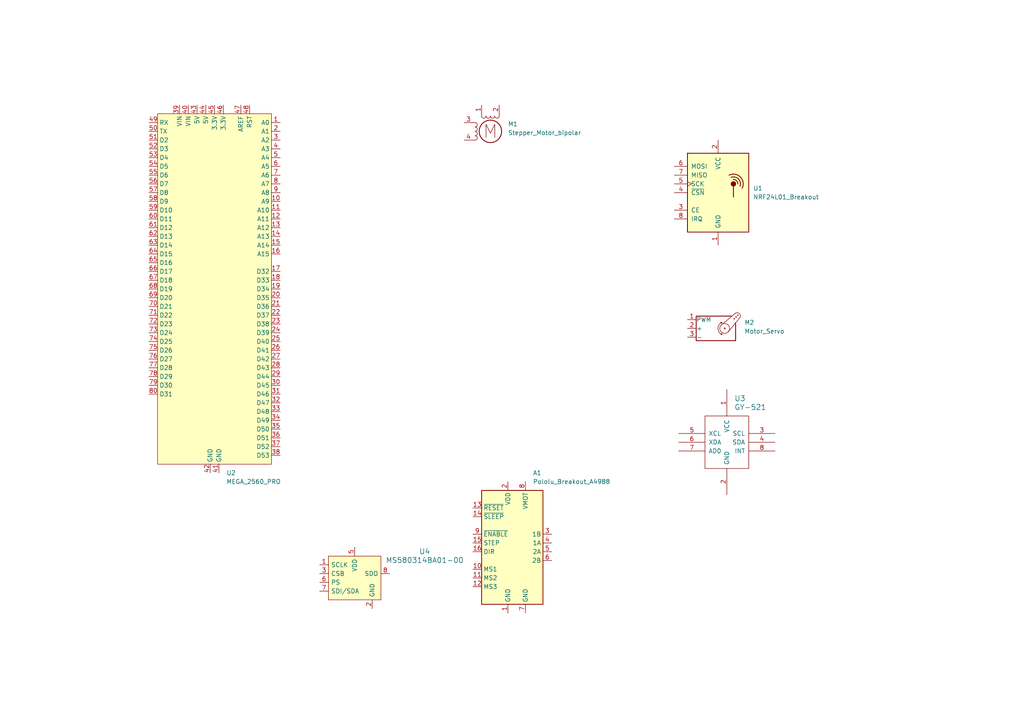
<source format=kicad_sch>
(kicad_sch (version 20250114) (generator "eeschema") (generator_version "9.0")
  (paper "A4")
  (lib_symbols
    (symbol "Driver_Motor:Pololu_Breakout_A4988"
      (property "Reference" "A" (at -2.54 19.05 0))
      (property "Value" "Pololu_Breakout_A4988" (at -2.54 16.51 0))
      (symbol "Pololu_Breakout_A4988_0_1"
        (rectangle (start 10.16 -17.78) (end -7.62 15.24) (stroke (width 0.254)) (fill (type background)))
      )
      (symbol "Pololu_Breakout_A4988_1_1"
        (pin input line (at -10.16 10.16 0) (length 2.54) (name "~{RESET}") (number "13"))
        (pin input line (at -10.16 7.62 0) (length 2.54) (name "~{SLEEP}") (number "14"))
        (pin input line (at -10.16 2.54 0) (length 2.54) (name "~{ENABLE}") (number "9"))
        (pin input line (at -10.16 0 0) (length 2.54) (name "STEP") (number "15"))
        (pin input line (at -10.16 -2.54 0) (length 2.54) (name "DIR") (number "16"))
        (pin input line (at -10.16 -7.62 0) (length 2.54) (name "MS1") (number "10"))
        (pin input line (at -10.16 -10.16 0) (length 2.54) (name "MS2") (number "11"))
        (pin input line (at -10.16 -12.7 0) (length 2.54) (name "MS3") (number "12"))
        (pin power_in line (at 0 17.78 270) (length 2.54) (name "VDD") (number "2"))
        (pin power_in line (at 0 -20.32 90) (length 2.54) (name "GND") (number "1"))
        (pin power_in line (at 5.08 17.78 270) (length 2.54) (name "VMOT") (number "8"))
        (pin power_in line (at 5.08 -20.32 90) (length 2.54) (name "GND") (number "7"))
        (pin output line (at 12.7 2.54 180) (length 2.54) (name "1B") (number "3"))
        (pin output line (at 12.7 0 180) (length 2.54) (name "1A") (number "4"))
        (pin output line (at 12.7 -2.54 180) (length 2.54) (name "2A") (number "5"))
        (pin output line (at 12.7 -5.08 180) (length 2.54) (name "2B") (number "6"))
      )
    )
    (symbol "KiCadCustomLibraries:GY-521" (pin_names (offset 1.016))
      (property "Reference" "U" (at 2.54 8.89 0))
      (property "Value" "GY-521" (at 5.08 11.43 0))
      (symbol "GY-521_0_1"
        (rectangle (start -6.35 7.62) (end 6.35 -7.62))
      )
      (symbol "GY-521_1_1"
        (pin input line (at -13.97 2.54 0) (length 7.62) (name "XCL") (number "5"))
        (pin input line (at -13.97 0 0) (length 7.62) (name "XDA") (number "6"))
        (pin input line (at -13.97 -2.54 0) (length 7.62) (name "AD0") (number "7"))
        (pin input line (at 0 15.24 270) (length 7.62) (name "VCC") (number "1"))
        (pin input line (at 0 -15.24 90) (length 7.62) (name "GND") (number "2"))
        (pin input line (at 13.97 2.54 180) (length 7.62) (name "SCL") (number "3"))
        (pin input line (at 13.97 0 180) (length 7.62) (name "SDA") (number "4"))
        (pin input line (at 13.97 -2.54 180) (length 7.62) (name "INT") (number "8"))
      )
    )
    (symbol "Motor:Motor_Servo" (pin_names (offset 0.0254))
      (property "Reference" "M" (at -5.08 4.445 0))
      (property "Value" "Motor_Servo" (at -5.08 -4.064 0))
      (symbol "Motor_Servo_0_1"
        (polyline (pts (xy 2.413 1.778) (xy 1.905 1.778)))
        (polyline (pts (xy 2.413 1.778) (xy 2.286 1.397)))
        (polyline (pts (xy 2.413 -1.778) (xy 2.032 -1.778)))
        (polyline (pts (xy 2.413 -1.778) (xy 2.286 -1.397)))
        (arc (start 2.413 -1.778) (mid 1.2406 0) (end 2.413 1.778))
        (circle (center 3.175 0) (radius 0.1778))
        (circle (center 3.175 0) (radius 1.4224))
        (polyline (pts (xy 5.08 3.556) (xy -5.08 3.556) (xy -5.08 -3.556) (xy 6.35 -3.556) (xy 6.35 1.524)) (stroke (width 0.254)))
        (circle (center 5.969 2.794) (radius 0.127))
        (polyline (pts (xy 6.35 4.445) (xy 2.54 1.27)))
        (circle (center 6.477 3.302) (radius 0.127))
        (arc (start 6.35 4.445) (mid 7.4487 4.2737) (end 7.62 3.175))
        (circle (center 6.985 3.81) (radius 0.127))
        (polyline (pts (xy 7.62 3.175) (xy 4.191 -1.016)))
      )
      (symbol "Motor_Servo_1_1"
        (pin passive line (at -7.62 2.54 0) (length 2.54) (name "PWM") (number "1"))
        (pin passive line (at -7.62 0 0) (length 2.54) (name "+") (number "2"))
        (pin passive line (at -7.62 -2.54 0) (length 2.54) (name "-") (number "3"))
      )
    )
    (symbol "Motor:Stepper_Motor_bipolar" (pin_names (offset 0) (hide yes))
      (property "Reference" "M" (at 3.81 2.54 0))
      (property "Value" "Stepper_Motor_bipolar" (at 3.81 1.27 0))
      (symbol "Stepper_Motor_bipolar_0_0"
        (polyline (pts (xy -1.27 -1.778) (xy -1.27 2.032) (xy 0 -0.508) (xy 1.27 2.032) (xy 1.27 -1.778)))
      )
      (symbol "Stepper_Motor_bipolar_0_1"
        (polyline (pts (xy -5.08 2.54) (xy -4.445 2.54)))
        (polyline (pts (xy -5.08 -2.54) (xy -4.445 -2.54)))
        (arc (start -4.445 2.54) (mid -3.8127 1.905) (end -4.445 1.27))
        (arc (start -4.445 1.27) (mid -3.8127 0.635) (end -4.445 0))
        (arc (start -4.445 0) (mid -3.8127 -0.635) (end -4.445 -1.27))
        (arc (start -4.445 -1.27) (mid -3.8127 -1.905) (end -4.445 -2.54))
        (polyline (pts (xy -2.54 5.08) (xy -2.54 4.445)))
        (arc (start -1.27 4.445) (mid -1.905 3.8127) (end -2.54 4.445))
        (arc (start 0 4.445) (mid -0.635 3.8127) (end -1.27 4.445))
        (circle (center 0 0) (radius 3.2512) (stroke (width 0.254)))
        (arc (start 1.27 4.445) (mid 0.635 3.8127) (end 0 4.445))
        (arc (start 2.54 4.445) (mid 1.905 3.8127) (end 1.27 4.445))
        (polyline (pts (xy 2.54 5.08) (xy 2.54 4.445)))
      )
      (symbol "Stepper_Motor_bipolar_1_1"
        (pin passive line (at -7.62 2.54 0) (length 2.54) (name "~") (number "3"))
        (pin passive line (at -7.62 -2.54 0) (length 2.54) (name "~") (number "4"))
        (pin passive line (at -2.54 7.62 270) (length 2.54) (name "~") (number "1"))
        (pin passive line (at 2.54 7.62 270) (length 2.54) (name "-") (number "2"))
      )
    )
    (symbol "RF:NRF24L01_Breakout" (pin_names (offset 1.016))
      (property "Reference" "U" (at -8.89 12.7 0))
      (property "Value" "NRF24L01_Breakout" (at 3.81 12.7 0))
      (symbol "NRF24L01_Breakout_0_1"
        (rectangle (start -8.89 11.43) (end 8.89 -11.43) (stroke (width 0.254)) (fill (type background)))
        (arc (start 3.175 5.08) (mid 6.453 4.548) (end 6.985 1.27) (stroke (width 0.254)))
        (circle (center 4.445 2.54) (radius 0.635) (stroke (width 0.254)) (fill (type outline)))
        (polyline (pts (xy 4.445 1.905) (xy 4.445 -1.27)) (stroke (width 0.254)))
        (arc (start 3.81 4.445) (mid 5.8835 3.9785) (end 6.35 1.905) (stroke (width 0.254)))
        (arc (start 4.445 3.81) (mid 5.3558 3.4508) (end 5.715 2.54) (stroke (width 0.254)))
      )
      (symbol "NRF24L01_Breakout_1_1"
        (pin input line (at -12.7 7.62 0) (length 3.81) (name "MOSI") (number "6"))
        (pin output line (at -12.7 5.08 0) (length 3.81) (name "MISO") (number "7"))
        (pin input clock (at -12.7 2.54 0) (length 3.81) (name "SCK") (number "5"))
        (pin input line (at -12.7 0 0) (length 3.81) (name "~{CSN}") (number "4"))
        (pin input line (at -12.7 -5.08 0) (length 3.81) (name "CE") (number "3"))
        (pin output line (at -12.7 -7.62 0) (length 3.81) (name "IRQ") (number "8"))
        (pin power_in line (at 0 15.24 270) (length 3.81) (name "VCC") (number "2"))
        (pin power_in line (at 0 -15.24 90) (length 3.81) (name "GND") (number "1"))
      )
    )
    (symbol "dk_Pressure-Sensors-Transducers:MS580314BA01-00" (pin_names (offset 0.762))
      (property "Reference" "U" (at -6.35 8.89 0))
      (property "Value" "MS580314BA01-00" (at 2.54 -7.62 0))
      (symbol "MS580314BA01-00_0_1"
        (rectangle (start -7.62 7.62) (end 7.62 -5.08) (fill (type background)))
      )
      (symbol "MS580314BA01-00_1_1"
        (pin input line (at -10.16 5.08 0) (length 2.54) (name "SCLK") (number "1"))
        (pin input line (at -10.16 2.54 0) (length 2.54) (name "CSB") (number "3"))
        (pin input line (at -10.16 0 0) (length 2.54) (name "PS") (number "6"))
        (pin input line (at -10.16 -2.54 0) (length 2.54) (name "SDI/SDA") (number "7"))
        (pin power_in line (at 0 10.16 270) (length 2.54) (name "VDD") (number "5"))
        (pin power_in line (at 5.08 -7.62 90) (length 2.54) (name "GND") (number "2"))
        (pin no_connect line (at 7.62 0 180) (length 2.54) (hide yes) (name "NC") (number "4"))
        (pin output line (at 10.16 2.54 180) (length 2.54) (name "SDO") (number "8"))
      )
    )
    (symbol "mega2560pro:MEGA_2560_PRO"
      (property "Reference" "U" (at 0 -11.43 0))
      (property "Value" "MEGA_2560_PRO" (at 0 -13.97 0))
      (symbol "MEGA_2560_PRO_0_1"
        (rectangle (start -16.51 0) (end 16.51 -101.6) (fill (type background)))
      )
      (symbol "MEGA_2560_PRO_1_1"
        (pin output line (at -19.05 -2.54 0) (length 2.54) (name "RX") (number "49"))
        (pin output line (at -19.05 -5.08 0) (length 2.54) (name "TX") (number "50"))
        (pin output line (at -19.05 -7.62 0) (length 2.54) (name "D2") (number "51"))
        (pin output line (at -19.05 -10.16 0) (length 2.54) (name "D3") (number "52"))
        (pin output line (at -19.05 -12.7 0) (length 2.54) (name "D4") (number "53"))
        (pin output line (at -19.05 -15.24 0) (length 2.54) (name "D5") (number "54"))
        (pin output line (at -19.05 -17.78 0) (length 2.54) (name "D6") (number "55"))
        (pin output line (at -19.05 -20.32 0) (length 2.54) (name "D7") (number "56"))
        (pin output line (at -19.05 -22.86 0) (length 2.54) (name "D8") (number "57"))
        (pin output line (at -19.05 -25.4 0) (length 2.54) (name "D9") (number "58"))
        (pin output line (at -19.05 -27.94 0) (length 2.54) (name "D10") (number "59"))
        (pin output line (at -19.05 -30.48 0) (length 2.54) (name "D11") (number "60"))
        (pin output line (at -19.05 -33.02 0) (length 2.54) (name "D12") (number "61"))
        (pin output line (at -19.05 -35.56 0) (length 2.54) (name "D13") (number "62"))
        (pin output line (at -19.05 -38.1 0) (length 2.54) (name "D14") (number "63"))
        (pin output line (at -19.05 -40.64 0) (length 2.54) (name "D15") (number "64"))
        (pin output line (at -19.05 -43.18 0) (length 2.54) (name "D16") (number "65"))
        (pin output line (at -19.05 -45.72 0) (length 2.54) (name "D17") (number "66"))
        (pin output line (at -19.05 -48.26 0) (length 2.54) (name "D18") (number "67"))
        (pin output line (at -19.05 -50.8 0) (length 2.54) (name "D19") (number "68"))
        (pin output line (at -19.05 -53.34 0) (length 2.54) (name "D20") (number "69"))
        (pin output line (at -19.05 -55.88 0) (length 2.54) (name "D21") (number "70"))
        (pin output line (at -19.05 -58.42 0) (length 2.54) (name "D22") (number "71"))
        (pin output line (at -19.05 -60.96 0) (length 2.54) (name "D23") (number "72"))
        (pin output line (at -19.05 -63.5 0) (length 2.54) (name "D24") (number "73"))
        (pin output line (at -19.05 -66.04 0) (length 2.54) (name "D25") (number "74"))
        (pin output line (at -19.05 -68.58 0) (length 2.54) (name "D26") (number "75"))
        (pin output line (at -19.05 -71.12 0) (length 2.54) (name "D27") (number "76"))
        (pin output line (at -19.05 -73.66 0) (length 2.54) (name "D28") (number "77"))
        (pin output line (at -19.05 -76.2 0) (length 2.54) (name "D29") (number "78"))
        (pin output line (at -19.05 -78.74 0) (length 2.54) (name "D30") (number "79"))
        (pin output line (at -19.05 -81.28 0) (length 2.54) (name "D31") (number "80"))
        (pin power_in line (at -10.16 2.54 270) (length 2.54) (name "VIN") (number "39"))
        (pin power_in line (at -7.62 2.54 270) (length 2.54) (name "VIN") (number "40"))
        (pin power_out line (at -5.08 2.54 270) (length 2.54) (name "5V") (number "43"))
        (pin power_out line (at -2.54 2.54 270) (length 2.54) (name "5V") (number "44"))
        (pin power_in line (at -1.27 -104.14 90) (length 2.54) (name "GND") (number "42"))
        (pin power_out line (at 0 2.54 270) (length 2.54) (name "3.3V") (number "45"))
        (pin power_in line (at 1.27 -104.14 90) (length 2.54) (name "GND") (number "41"))
        (pin power_out line (at 2.54 2.54 270) (length 2.54) (name "3.3V") (number "46"))
        (pin output line (at 7.62 2.54 270) (length 2.54) (name "AREF") (number "47"))
        (pin output line (at 10.16 2.54 270) (length 2.54) (name "RST") (number "48"))
        (pin output line (at 19.05 -2.54 180) (length 2.54) (name "A0") (number "1"))
        (pin output line (at 19.05 -5.08 180) (length 2.54) (name "A1") (number "2"))
        (pin output line (at 19.05 -7.62 180) (length 2.54) (name "A2") (number "3"))
        (pin output line (at 19.05 -10.16 180) (length 2.54) (name "A3") (number "4"))
        (pin output line (at 19.05 -12.7 180) (length 2.54) (name "A4") (number "5"))
        (pin output line (at 19.05 -15.24 180) (length 2.54) (name "A5") (number "6"))
        (pin output line (at 19.05 -17.78 180) (length 2.54) (name "A6") (number "7"))
        (pin output line (at 19.05 -20.32 180) (length 2.54) (name "A7") (number "8"))
        (pin output line (at 19.05 -22.86 180) (length 2.54) (name "A8") (number "9"))
        (pin output line (at 19.05 -25.4 180) (length 2.54) (name "A9") (number "10"))
        (pin output line (at 19.05 -27.94 180) (length 2.54) (name "A10") (number "11"))
        (pin output line (at 19.05 -30.48 180) (length 2.54) (name "A11") (number "12"))
        (pin output line (at 19.05 -33.02 180) (length 2.54) (name "A12") (number "13"))
        (pin output line (at 19.05 -35.56 180) (length 2.54) (name "A13") (number "14"))
        (pin output line (at 19.05 -38.1 180) (length 2.54) (name "A14") (number "15"))
        (pin output line (at 19.05 -40.64 180) (length 2.54) (name "A15") (number "16"))
        (pin output line (at 19.05 -45.72 180) (length 2.54) (name "D32") (number "17"))
        (pin output line (at 19.05 -48.26 180) (length 2.54) (name "D33") (number "18"))
        (pin output line (at 19.05 -50.8 180) (length 2.54) (name "D34") (number "19"))
        (pin output line (at 19.05 -53.34 180) (length 2.54) (name "D35") (number "20"))
        (pin output line (at 19.05 -55.88 180) (length 2.54) (name "D36") (number "21"))
        (pin output line (at 19.05 -58.42 180) (length 2.54) (name "D37") (number "22"))
        (pin output line (at 19.05 -60.96 180) (length 2.54) (name "D38") (number "23"))
        (pin output line (at 19.05 -63.5 180) (length 2.54) (name "D39") (number "24"))
        (pin output line (at 19.05 -66.04 180) (length 2.54) (name "D40") (number "25"))
        (pin output line (at 19.05 -68.58 180) (length 2.54) (name "D41") (number "26"))
        (pin output line (at 19.05 -71.12 180) (length 2.54) (name "D42") (number "27"))
        (pin output line (at 19.05 -73.66 180) (length 2.54) (name "D43") (number "28"))
        (pin output line (at 19.05 -76.2 180) (length 2.54) (name "D44") (number "29"))
        (pin output line (at 19.05 -78.74 180) (length 2.54) (name "D45") (number "30"))
        (pin output line (at 19.05 -81.28 180) (length 2.54) (name "D46") (number "31"))
        (pin output line (at 19.05 -83.82 180) (length 2.54) (name "D47") (number "32"))
        (pin output line (at 19.05 -86.36 180) (length 2.54) (name "D48") (number "33"))
        (pin output line (at 19.05 -88.9 180) (length 2.54) (name "D49") (number "34"))
        (pin output line (at 19.05 -91.44 180) (length 2.54) (name "D50") (number "35"))
        (pin output line (at 19.05 -93.98 180) (length 2.54) (name "D51") (number "36"))
        (pin output line (at 19.05 -96.52 180) (length 2.54) (name "D52") (number "37"))
        (pin output line (at 19.05 -99.06 180) (length 2.54) (name "D53") (number "38"))
      )
    )
  )
  (symbol (lib_id "Driver_Motor:Pololu_Breakout_A4988") (at 147.32 157.48 0) (unit 1)
    (property "Reference" "A1" (at 154.5433 137.16 0) (effects (justify left)))
    (property "Value" "Pololu_Breakout_A4988" (at 154.5433 139.7 0) (effects (justify left)))
    (property "Footprint" "Module:Pololu_Breakout-16_15.2x20.3mm" (effects (hide yes)))
    (property "Datasheet" "https://www.pololu.com/product/2980/pictures" (effects (hide yes)))
    (property "Description" "Pololu Breakout Board, Stepper Driver A4988" (effects (hide yes)))
  )
  (symbol (lib_id "dk_Pressure-Sensors-Transducers:MS580314BA01-00") (at 102.87 168.91 0) (unit 1)
    (property "Reference" "U4" (at 123.19 159.9498 0) (effects (font (size 1.524 1.524))))
    (property "Value" "MS580314BA01-00" (at 123.19 162.4898 0) (effects (font (size 1.524 1.524))))
    (property "Footprint" "digikey-footprints:Altimeter_MS580314BA" (effects (hide yes)))
    (property "Datasheet" "https://www.te.com/commerce/DocumentDelivery/DDEController?Action=srchrtrv&DocNm=MS5803-14BA&DocType=Data+Sheet&DocLang=English" (effects (hide yes)))
    (property "Description" "MINIATURE ALTIMETER MODULE" (effects (hide yes)))
    (property "Digi-Key_PN" "223-1626-5-ND" (effects (hide yes)))
    (property "MPN" "MS580314BA01-00" (effects (hide yes)))
    (property "Category" "Sensors, Transducers" (effects (hide yes)))
    (property "Family" "Pressure Sensors, Transducers" (effects (hide yes)))
    (property "DK_Datasheet_Link" "https://www.te.com/commerce/DocumentDelivery/DDEController?Action=srchrtrv&DocNm=MS5803-14BA&DocType=Data+Sheet&DocLang=English" (effects (hide yes)))
    (property "DK_Detail_Page" "/product-detail/en/te-connectivity-measurement-specialties/MS580314BA01-00/223-1626-5-ND/5277631" (effects (hide yes)))
    (property "Description_1" "MINIATURE ALTIMETER MODULE" (effects (hide yes)))
    (property "Manufacturer" "TE Connectivity Measurement Specialties" (effects (hide yes)))
    (property "Status" "Active" (effects (hide yes)))
  )
  (symbol (lib_id "RF:NRF24L01_Breakout") (at 208.28 55.88 0) (unit 1)
    (property "Reference" "U1" (at 218.44 54.6099 0) (effects (justify left)))
    (property "Value" "NRF24L01_Breakout" (at 218.44 57.1499 0) (effects (justify left)))
    (property "Footprint" "RF_Module:nRF24L01_Breakout" (effects (hide yes)))
    (property "Datasheet" "http://www.nordicsemi.com/eng/content/download/2730/34105/file/nRF24L01_Product_Specification_v2_0.pdf" (effects (hide yes)))
    (property "Description" "Ultra low power 2.4GHz RF Transceiver, Carrier PCB" (effects (hide yes)))
  )
  (symbol (lib_id "Motor:Motor_Servo") (at 207.01 95.25 0) (unit 1)
    (property "Reference" "M2" (at 215.9 93.5468 0) (effects (justify left)))
    (property "Value" "Motor_Servo" (at 215.9 96.0868 0) (effects (justify left)))
    (property "Datasheet" "http://forums.parallax.com/uploads/attachments/46831/74481.png" (effects (hide yes)))
    (property "Description" "Servo Motor (Futaba, HiTec, JR connector)" (effects (hide yes)))
  )
  (symbol (lib_id "KiCadCustomLibraries:GY-521") (at 210.82 128.27 0) (unit 1)
    (property "Reference" "U3" (at 212.9633 115.57 0) (effects (font (size 1.524 1.524)) (justify left)))
    (property "Value" "GY-521" (at 212.9633 118.11 0) (effects (font (size 1.524 1.524)) (justify left)))
  )
  (symbol (lib_id "mega2560pro:MEGA_2560_PRO") (at 62.23 33.02 0) (unit 1)
    (property "Reference" "U2" (at 65.6433 137.16 0) (effects (justify left)))
    (property "Value" "MEGA_2560_PRO" (at 65.6433 139.7 0) (effects (justify left)))
    (property "Footprint" "mega2560pro:mega2560pro" (effects (hide yes)))
  )
  (symbol (lib_id "Motor:Stepper_Motor_bipolar") (at 142.24 38.1 0) (unit 1)
    (property "Reference" "M1" (at 147.32 35.979 0) (effects (justify left)))
    (property "Value" "Stepper_Motor_bipolar" (at 147.32 38.519 0) (effects (justify left)))
    (property "Datasheet" "http://www.infineon.com/dgdl/Application-Note-TLE8110EE_driving_UniPolarStepperMotor_V1.1.pdf?fileId=db3a30431be39b97011be5d0aa0a00b0" (effects (hide yes)))
    (property "Description" "4-wire bipolar stepper motor" (effects (hide yes)))
  )
)
</source>
